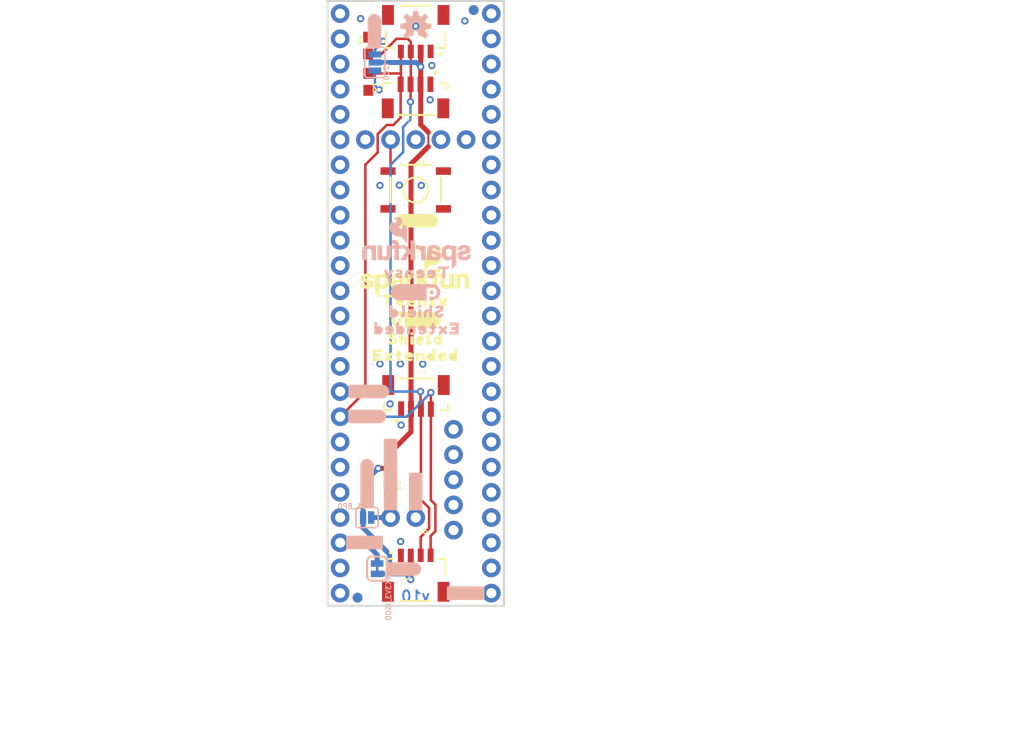
<source format=kicad_pcb>
(kicad_pcb (version 20211014) (generator pcbnew)
  (layers (0 "F.Cu" signal) (31 "B.Cu" signal) (34 "B.Paste" user) (35 "F.Paste" user) (36 "B.SilkS" user "B.Silkscreen") (37 "F.SilkS" user "F.Silkscreen") (38 "B.Mask" user) (39 "F.Mask" user) (44 "Edge.Cuts" user))
  (net 0 "")
  (net 1 "GND")
  (net 2 "3.3V")
  (net 3 "SDA")
  (net 4 "SCL")
  (net 5 "N$1")
  (net 6 "N$2")
  (net 7 "N$4")
  (net 8 "N$5")
  (net 9 "VBAT")
  (net 10 "VIN")
  (net 11 "N$3")
  (net 12 "5V")
  (net 13 "D+")
  (net 14 "D-")
  (net 15 "3.3V_2")
  (net 16 "3.3V_1")
  (footprint "boardEagle:EXTENDED0" (layer "F.Cu") (at 148.5011 110.236)
    (fp_text reference "U$11" hide)
    (fp_text value "" hide)
  )
  (footprint "boardEagle:JST04_1MM_VERT" (layer "F.Cu") (at 148.5011 82.1436 180)
    (fp_text reference "J5" (at 0.016 -4.566332) (layer "F.SilkS") (effects (font (size 0.564733 0.564733) (thickness 0.044867)) (justify right)))
    (fp_text value "QWIIC_Vertical")
    (pad "1" smd rect (at -1.478 -0.775 180) (size 0.6 1.55) (layers "F.Cu" "F.Paste" "F.Mask") (net 1 "GND"))
    (pad "2" smd rect (at -0.478 -0.775 180) (size 0.6 1.55) (layers "F.Cu" "F.Paste" "F.Mask") (net 2 "3.3V"))
    (pad "3" smd rect (at 0.522 -0.775 180) (size 0.6 1.55) (layers "F.Cu" "F.Paste" "F.Mask") (net 3 "SDA"))
    (pad "4" smd rect (at 1.522 -0.775 180) (size 0.6 1.55) (layers "F.Cu" "F.Paste" "F.Mask") (net 4 "SCL"))
    (pad "NC1" smd rect (at -2.778 -3.2 180) (size 1.2 2) (layers "F.Cu" "F.Paste" "F.Mask"))
    (pad "NC2" smd rect (at 2.822 -3.2 180) (size 1.2 2) (layers "F.Cu" "F.Paste" "F.Mask"))
  )
  (footprint "boardEagle:FIDUCIAL-1X2" (layer "F.Cu") (at 142.6337 134.6708)
    (fp_text reference "FD1" hide)
    (fp_text value "FIDUCIAL1X2" hide)
    (pad "1" smd roundrect (at 0 0) (size 1 1) (layers "F.Cu" "F.Mask") (roundrect_rratio 0.5))
  )
  (footprint "boardEagle:1X02_NO_SILK" (layer "F.Cu") (at 148.5011 126.5936 180)
    (fp_text reference "J6" (at -1.27 -1.397) (layer "F.SilkS") (effects (font (size 0.512064 0.512064) (thickness 0.097536)) (justify right)))
    (fp_text value "ALT PWR")
    (pad "1" thru_hole circle (at 0 0 270) (size 1.8796 1.8796) (drill 1.016) (layers *.Cu *.Mask) (net 1 "GND"))
    (pad "2" thru_hole circle (at 2.54 0 270) (size 1.8796 1.8796) (drill 1.016) (layers *.Cu *.Mask) (net 7 "N$4"))
  )
  (footprint "boardEagle:SHIELD0" (layer "F.Cu") (at 148.5011 108.585)
    (fp_text reference "U$8" hide)
    (fp_text value "" hide)
  )
  (footprint "boardEagle:0603" (layer "F.Cu") (at 143.7005 79.0194 90)
    (fp_text reference "R4" (at 0 -0.762 90) (layer "F.SilkS") (effects (font (size 0.512064 0.512064) (thickness 0.097536)) (justify left)))
    (fp_text value "4.7k")
    (pad "1" smd rect (at -0.85 0 90) (size 1.1 1) (layers "F.Cu" "F.Paste" "F.Mask") (net 3 "SDA"))
    (pad "2" smd rect (at 0.85 0 90) (size 1.1 1) (layers "F.Cu" "F.Paste" "F.Mask") (net 5 "N$1"))
  )
  (footprint "boardEagle:JST04_1MM_RA" (layer "F.Cu") (at 148.5011 79.6036 180)
    (fp_text reference "J3" (at -1.397 2.159) (layer "F.SilkS") (effects (font (size 0.512064 0.512064) (thickness 0.097536)) (justify right)))
    (fp_text value "QWIIC_RA")
    (pad "1" smd rect (at -1.5 0 180) (size 0.6 1.35) (layers "F.Cu" "F.Paste" "F.Mask") (net 1 "GND"))
    (pad "2" smd rect (at -0.5 0 180) (size 0.6 1.35) (layers "F.Cu" "F.Paste" "F.Mask") (net 2 "3.3V"))
    (pad "3" smd rect (at 0.5 0 180) (size 0.6 1.35) (layers "F.Cu" "F.Paste" "F.Mask") (net 3 "SDA"))
    (pad "4" smd rect (at 1.5 0 180) (size 0.6 1.35) (layers "F.Cu" "F.Paste" "F.Mask") (net 4 "SCL"))
    (pad "NC1" smd rect (at 2.8 3.675 180) (size 1.2 2) (layers "F.Cu" "F.Paste" "F.Mask"))
    (pad "NC2" smd rect (at -2.8 3.675 180) (size 1.2 2) (layers "F.Cu" "F.Paste" "F.Mask"))
  )
  (footprint "boardEagle:3V36" (layer "F.Cu") (at 139.6111 135.4836)
    (fp_text reference "U$3" hide)
    (fp_text value "" hide)
  )
  (footprint "boardEagle:SOD-323" (layer "F.Cu") (at 145.9611 122.7836 -90)
    (fp_text reference "D1" (at 0 -0.762 90) (layer "F.SilkS") (effects (font (size 0.512064 0.512064) (thickness 0.097536)) (justify right)))
    (fp_text value "3A/10V/280mV")
    (pad "A" smd rect (at 1.15 0 270) (size 0.63 0.83) (layers "F.Cu" "F.Paste" "F.Mask") (net 7 "N$4"))
    (pad "C" smd rect (at -1.15 0 270) (size 0.63 0.83) (layers "F.Cu" "F.Paste" "F.Mask") (net 2 "3.3V"))
  )
  (footprint "boardEagle:SFE_LOGO_NAME_FLAME_.1" (layer "F.Cu") (at 148.5011 102.8954)
    (fp_text reference "LOGO2" hide)
    (fp_text value "SFE_LOGO_NAME_FLAME.1_INCH" hide)
  )
  (footprint "boardEagle:JST04_1MM_VERT" (layer "F.Cu") (at 148.5011 116.4336)
    (fp_text reference "J4" (at 0.016 -4.566331) (layer "F.SilkS") (effects (font (size 0.564733 0.564733) (thickness 0.044867)) (justify left)))
    (fp_text value "QWIIC_Vertical")
    (pad "1" smd rect (at -1.478 -0.775) (size 0.6 1.55) (layers "F.Cu" "F.Paste" "F.Mask") (net 1 "GND"))
    (pad "2" smd rect (at -0.478 -0.775) (size 0.6 1.55) (layers "F.Cu" "F.Paste" "F.Mask") (net 2 "3.3V"))
    (pad "3" smd rect (at 0.522 -0.775) (size 0.6 1.55) (layers "F.Cu" "F.Paste" "F.Mask") (net 3 "SDA"))
    (pad "4" smd rect (at 1.522 -0.775) (size 0.6 1.55) (layers "F.Cu" "F.Paste" "F.Mask") (net 4 "SCL"))
    (pad "NC1" smd rect (at -2.778 -3.2) (size 1.2 2) (layers "F.Cu" "F.Paste" "F.Mask"))
    (pad "NC2" smd rect (at 2.822 -3.2) (size 1.2 2) (layers "F.Cu" "F.Paste" "F.Mask"))
  )
  (footprint "boardEagle:TACTILE_SWITCH_SMD_5.2MM" (layer "F.Cu") (at 148.5011 93.5736)
    (fp_text reference "S1" (at 0 -2.667) (layer "F.SilkS") (effects (font (size 0.512064 0.512064) (thickness 0.097536)) (justify left)))
    (fp_text value "SMD_5.2MM")
    (pad "1" smd rect (at -2.794 -1.905 90) (size 0.762 1.524) (layers "F.Cu" "F.Paste" "F.Mask") (net 8 "N$5"))
    (pad "2" smd rect (at 2.794 -1.905 90) (size 0.762 1.524) (layers "F.Cu" "F.Paste" "F.Mask"))
    (pad "3" smd rect (at -2.794 1.905 90) (size 0.762 1.524) (layers "F.Cu" "F.Paste" "F.Mask") (net 1 "GND"))
    (pad "4" smd rect (at 2.794 1.905 90) (size 0.762 1.524) (layers "F.Cu" "F.Paste" "F.Mask"))
  )
  (footprint "boardEagle:JST04_1MM_RA" (layer "F.Cu") (at 148.5011 130.4036)
    (fp_text reference "J2" (at -1.397 2.159) (layer "F.SilkS") (effects (font (size 0.512064 0.512064) (thickness 0.097536)) (justify left)))
    (fp_text value "QWIIC_RA")
    (pad "1" smd rect (at -1.5 0) (size 0.6 1.35) (layers "F.Cu" "F.Paste" "F.Mask") (net 1 "GND"))
    (pad "2" smd rect (at -0.5 0) (size 0.6 1.35) (layers "F.Cu" "F.Paste" "F.Mask") (net 2 "3.3V"))
    (pad "3" smd rect (at 0.5 0) (size 0.6 1.35) (layers "F.Cu" "F.Paste" "F.Mask") (net 3 "SDA"))
    (pad "4" smd rect (at 1.5 0) (size 0.6 1.35) (layers "F.Cu" "F.Paste" "F.Mask") (net 4 "SCL"))
    (pad "NC1" smd rect (at 2.8 3.675) (size 1.2 2) (layers "F.Cu" "F.Paste" "F.Mask"))
    (pad "NC2" smd rect (at -2.8 3.675) (size 1.2 2) (layers "F.Cu" "F.Paste" "F.Mask"))
  )
  (footprint "boardEagle:#PRG#0" (layer "F.Cu") (at 148.6027 96.6724)
    (fp_text reference "U$6" hide)
    (fp_text value "" hide)
  )
  (footprint "boardEagle:0603" (layer "F.Cu") (at 143.7259 82.677 -90)
    (fp_text reference "R3" (at 0 -0.762 90) (layer "F.SilkS") (effects (font (size 0.512064 0.512064) (thickness 0.097536)) (justify right)))
    (fp_text value "4.7k")
    (pad "1" smd rect (at -0.85 0 270) (size 1.1 1) (layers "F.Cu" "F.Paste" "F.Mask") (net 4 "SCL"))
    (pad "2" smd rect (at 0.85 0 270) (size 1.1 1) (layers "F.Cu" "F.Paste" "F.Mask") (net 6 "N$2"))
  )
  (footprint "boardEagle:TEENSY_EXTENDED_NO_SILK" (layer "F.Cu") (at 148.5011 117.7036)
    (fp_text reference "J1" (at 0 -18.034) (layer "F.SilkS") (effects (font (size 0.512064 0.512064) (thickness 0.097536)) (justify left)))
    (fp_text value "TEENSY_EXTENDED")
    (pad "0" thru_hole circle (at 7.62 13.97) (size 1.8796 1.8796) (drill 1.016) (layers *.Cu *.Mask))
    (pad "1" thru_hole circle (at 7.62 11.43) (size 1.8796 1.8796) (drill 1.016) (layers *.Cu *.Mask))
    (pad "2" thru_hole circle (at 7.62 8.89) (size 1.8796 1.8796) (drill 1.016) (layers *.Cu *.Mask))
    (pad "3" thru_hole circle (at 7.62 6.35) (size 1.8796 1.8796) (drill 1.016) (layers *.Cu *.Mask))
    (pad "3.3V@1" thru_hole circle (at 7.62 -19.05) (size 1.8796 1.8796) (drill 1.016) (layers *.Cu *.Mask) (net 16 "3.3V_1"))
    (pad "3.3V@2" thru_hole circle (at 2.54 -29.21) (size 1.8796 1.8796) (drill 1.016) (layers *.Cu *.Mask) (net 15 "3.3V_2"))
    (pad "3V" thru_hole circle (at -7.62 11.43) (size 1.8796 1.8796) (drill 1.016) (layers *.Cu *.Mask) (net 11 "N$3"))
    (pad "4" thru_hole circle (at 7.62 3.81) (size 1.8796 1.8796) (drill 1.016) (layers *.Cu *.Mask))
    (pad "5" thru_hole circle (at 7.62 1.27) (size 1.8796 1.8796) (drill 1.016) (layers *.Cu *.Mask))
    (pad "5V" thru_hole circle (at 3.81 10.16) (size 1.8796 1.8796) (drill 1.016) (layers *.Cu *.Mask) (net 12 "5V"))
    (pad "6" thru_hole circle (at 7.62 -1.27) (size 1.8796 1.8796) (drill 1.016) (layers *.Cu *.Mask))
    (pad "7" thru_hole circle (at 7.62 -3.81) (size 1.8796 1.8796) (drill 1.016) (layers *.Cu *.Mask))
    (pad "8" thru_hole circle (at 7.62 -6.35) (size 1.8796 1.8796) (drill 1.016) (layers *.Cu *.Mask))
    (pad "9" thru_hole circle (at 7.62 -8.89) (size 1.8796 1.8796) (drill 1.016) (layers *.Cu *.Mask))
    (pad "10" thru_hole circle (at 7.62 -11.43) (size 1.8796 1.8796) (drill 1.016) (layers *.Cu *.Mask))
    (pad "11" thru_hole circle (at 7.62 -13.97) (size 1.8796 1.8796) (drill 1.016) (layers *.Cu *.Mask))
    (pad "12" thru_hole circle (at 7.62 -16.51) (size 1.8796 1.8796) (drill 1.016) (layers *.Cu *.Mask))
    (pad "13" thru_hole circle (at -7.62 -16.51) (size 1.8796 1.8796) (drill 1.016) (layers *.Cu *.Mask))
    (pad "14" thru_hole circle (at -7.62 -13.97) (size 1.8796 1.8796) (drill 1.016) (layers *.Cu *.Mask))
    (pad "15" thru_hole circle (at -7.62 -11.43) (size 1.8796 1.8796) (drill 1.016) (layers *.Cu *.Mask))
    (pad "16" thru_hole circle (at -7.62 -8.89) (size 1.8796 1.8796) (drill 1.016) (layers *.Cu *.Mask))
    (pad "17" thru_hole circle (at -7.62 -6.35) (size 1.8796 1.8796) (drill 1.016) (layers *.Cu *.Mask))
    (pad "18" thru_hole circle (at -7.62 -3.81) (size 1.8796 1.8796) (drill 1.016) (layers *.Cu *.Mask) (net 3 "SDA"))
    (pad "19" thru_hole circle (at -7.62 -1.27) (size 1.8796 1.8796) (drill 1.016) (layers *.Cu *.Mask) (net 4 "SCL"))
    (pad "20" thru_hole circle (at -7.62 1.27) (size 1.8796 1.8796) (drill 1.016) (layers *.Cu *.Mask))
    (pad "21" thru_hole circle (at -7.62 3.81) (size 1.8796 1.8796) (drill 1.016) (layers *.Cu *.Mask))
    (pad "22" thru_hole circle (at -7.62 6.35) (size 1.8796 1.8796) (drill 1.016) (layers *.Cu *.Mask))
    (pad "23" thru_hole circle (at -7.62 8.89) (size 1.8796 1.8796) (drill 1.016) (layers *.Cu *.Mask))
    (pad "24" thru_hole circle (at 7.62 -21.59) (size 1.8796 1.8796) (drill 1.016) (layers *.Cu *.Mask))
    (pad "25" thru_hole circle (at 7.62 -24.13) (size 1.8796 1.8796) (drill 1.016) (layers *.Cu *.Mask))
    (pad "26" thru_hole circle (at 7.62 -26.67) (size 1.8796 1.8796) (drill 1.016) (layers *.Cu *.Mask))
    (pad "27" thru_hole circle (at 7.62 -29.21) (size 1.8796 1.8796) (drill 1.016) (layers *.Cu *.Mask))
    (pad "28" thru_hole circle (at 7.62 -31.75) (size 1.8796 1.8796) (drill 1.016) (layers *.Cu *.Mask))
    (pad "29" thru_hole circle (at 7.62 -34.29) (size 1.8796 1.8796) (drill 1.016) (layers *.Cu *.Mask))
    (pad "30" thru_hole circle (at 7.62 -36.83) (size 1.8796 1.8796) (drill 1.016) (layers *.Cu *.Mask))
    (pad "31" thru_hole circle (at 7.62 -39.37) (size 1.8796 1.8796) (drill 1.016) (layers *.Cu *.Mask))
    (pad "32" thru_hole circle (at 7.62 -41.91) (size 1.8796 1.8796) (drill 1.016) (layers *.Cu *.Mask))
    (pad "33" thru_hole circle (at -7.62 -41.91) (size 1.8796 1.8796) (drill 1.016) (layers *.Cu *.Mask))
    (pad "34" thru_hole circle (at -7.62 -39.37) (size 1.8796 1.8796) (drill 1.016) (layers *.Cu *.Mask))
    (pad "35" thru_hole circle (at -7.62 -36.83) (size 1.8796 1.8796) (drill 1.016) (layers *.Cu *.Mask))
    (pad "36" thru_hole circle (at -7.62 -34.29) (size 1.8796 1.8796) (drill 1.016) (layers *.Cu *.Mask))
    (pad "37" thru_hole circle (at -7.62 -31.75) (size 1.8796 1.8796) (drill 1.016) (layers *.Cu *.Mask))
    (pad "38" thru_hole circle (at -7.62 -29.21) (size 1.8796 1.8796) (drill 1.016) (layers *.Cu *.Mask))
    (pad "39" thru_hole circle (at -7.62 -26.67) (size 1.8796 1.8796) (drill 1.016) (layers *.Cu *.Mask))
    (pad "40" thru_hole circle (at -7.62 -24.13) (size 1.8796 1.8796) (drill 1.016) (layers *.Cu *.Mask))
    (pad "41" thru_hole circle (at -7.62 -21.59) (size 1.8796 1.8796) (drill 1.016) (layers *.Cu *.Mask))
    (pad "AGND" thru_hole circle (at -7.62 13.97) (size 1.8796 1.8796) (drill 1.016) (layers *.Cu *.Mask) (net 1 "GND"))
    (pad "D+" thru_hole circle (at 3.81 5.08) (size 1.8796 1.8796) (drill 1.016) (layers *.Cu *.Mask) (net 13 "D+"))
    (pad "D-" thru_hole circle (at 3.81 7.62) (size 1.8796 1.8796) (drill 1.016) (layers *.Cu *.Mask) (net 14 "D-"))
    (pad "GND" thru_hole circle (at 0 -29.21) (size 1.8796 1.8796) (drill 1.016) (layers *.Cu *.Mask) (net 1 "GND"))
    (pad "GND1" thru_hole circle (at 7.62 16.51) (size 1.8796 1.8796) (drill 1.016) (layers *.Cu *.Mask) (net 1 "GND"))
    (pad "GND2" thru_hole circle (at -7.62 -19.05) (size 1.8796 1.8796) (drill 1.016) (layers *.Cu *.Mask) (net 1 "GND"))
    (pad "GND3" thru_hole circle (at 3.81 2.54) (size 1.8796 1.8796) (drill 1.016) (layers *.Cu *.Mask) (net 1 "GND"))
    (pad "GND4" thru_hole circle (at 3.81 0) (size 1.8796 1.8796) (drill 1.016) (layers *.Cu *.Mask) (net 1 "GND"))
    (pad "PROG" thru_hole circle (at -2.54 -29.21) (size 1.8796 1.8796) (drill 1.016) (layers *.Cu *.Mask) (net 8 "N$5"))
    (pad "R" thru_hole circle (at -5.08 -29.21) (size 1.8796 1.8796) (drill 1.016) (layers *.Cu *.Mask))
    (pad "VBAT" thru_hole circle (at 5.08 -29.21) (size 1.8796 1.8796) (drill 1.016) (layers *.Cu *.Mask) (net 9 "VBAT"))
    (pad "VIN" thru_hole circle (at -7.62 16.51) (size 1.8796 1.8796) (drill 1.016) (layers *.Cu *.Mask) (net 10 "VIN"))
  )
  (footprint "boardEagle:FIDUCIAL-1X2" (layer "F.Cu") (at 154.3431 75.438)
    (fp_text reference "FD3" hide)
    (fp_text value "FIDUCIAL1X2" hide)
    (pad "1" smd roundrect (at 0 0) (size 1 1) (layers "F.Cu" "F.Mask") (roundrect_rratio 0.5))
  )
  (footprint "boardEagle:TEENSY0" (layer "F.Cu") (at 148.5011 104.7496)
    (fp_text reference "U$13" hide)
    (fp_text value "" hide)
  )
  (footprint "boardEagle:QWIIC_5MM" (layer "F.Cu") (at 148.5011 106.6546)
    (fp_text reference "LOGO4" hide)
    (fp_text value "QWIIC_LOGO_5MM" hide)
  )
  (footprint "boardEagle:CREATIVE_COMMONS" (layer "F.Cu") (at 126.9111 148.1836)
    (fp_text reference "FRAME1" hide)
    (fp_text value "FRAME-LETTER" hide)
  )
  (footprint "boardEagle:SMT-JUMPER_3_NO_SILK" (layer "B.Cu") (at 144.3863 80.7212 90)
    (fp_text reference "I2C0" (at 0 1.143 90) (layer "B.SilkS") (effects (font (size 0.512064 0.512064) (thickness 0.097536)) (justify left mirror)))
    (fp_text value "JUMPER-SMT_3_NO_SILK")
    (pad "1" smd rect (at -0.8128 0 90) (size 0.635 1.27) (layers "B.Cu" "B.Mask") (net 6 "N$2"))
    (pad "2" smd rect (at 0 0 90) (size 0.635 1.27) (layers "B.Cu" "B.Mask") (net 2 "3.3V"))
    (pad "3" smd rect (at 0.8128 0 90) (size 0.635 1.27) (layers "B.Cu" "B.Mask") (net 5 "N$1"))
  )
  (footprint "boardEagle:SFE_LOGO_NAME_FLAME_.1" (layer "B.Cu") (at 148.5011 100.0252 180)
    (fp_text reference "LOGO1" hide)
    (fp_text value "SFE_LOGO_NAME_FLAME.1_INCH" hide)
  )
  (footprint "boardEagle:#GND#0" (layer "B.Cu") (at 153.5303 134.2136 180)
    (fp_text reference "U$9" hide)
    (fp_text value "" hide)
  )
  (footprint "boardEagle:SHIELD0" (layer "B.Cu") (at 148.5011 105.8418 180)
    (fp_text reference "U$12" hide)
    (fp_text value "" hide)
  )
  (footprint "boardEagle:SMT-JUMPER_2_NO_SILK" (layer "B.Cu") (at 143.5989 126.5936 180)
    (fp_text reference "D1_BP0" (at 0 1.143) (layer "B.SilkS") (effects (font (size 0.512064 0.512064) (thickness 0.097536)) (justify left mirror)))
    (fp_text value "")
    (pad "1" smd rect (at -0.4064 0 180) (size 0.635 1.27) (layers "B.Cu" "B.Mask") (net 7 "N$4"))
    (pad "2" smd rect (at 0.4064 0 180) (size 0.635 1.27) (layers "B.Cu" "B.Mask") (net 2 "3.3V"))
  )
  (footprint "boardEagle:OSHW-LOGO-S" (layer "B.Cu") (at 148.5011 77.0636 180)
    (fp_text reference "LOGO3" hide)
    (fp_text value "OSHW-LOGOS" hide)
  )
  (footprint "boardEagle:QWIIC_5MM" (layer "B.Cu") (at 148.5011 103.8606 180)
    (fp_text reference "LOGO5" hide)
    (fp_text value "QWIIC_LOGO_5MM" hide)
  )
  (footprint "boardEagle:FIDUCIAL-1X2" (layer "B.Cu") (at 142.6337 134.6708 180)
    (fp_text reference "FD2" hide)
    (fp_text value "FIDUCIAL1X2" hide)
    (pad "1" smd roundrect (at 0 0 180) (size 1 1) (layers "B.Cu" "B.Mask") (roundrect_rratio 0.5))
  )
  (footprint "boardEagle:#GND#0" (layer "B.Cu") (at 148.5011 123.9774 90)
    (fp_text reference "U$7" hide)
    (fp_text value "" hide)
  )
  (footprint "boardEagle:#ALT_3V3#0" (layer "B.Cu") (at 145.9611 122.2502 90)
    (fp_text reference "U$5" hide)
    (fp_text value "" hide)
  )
  (footprint "boardEagle:EXTENDED0" (layer "B.Cu") (at 148.5011 107.5436 180)
    (fp_text reference "U$16" hide)
    (fp_text value "" hide)
  )
  (footprint "boardEagle:#ISO#0" (layer "B.Cu") (at 147.1295 131.7752 180)
    (fp_text reference "U$10" hide)
    (fp_text value "" hide)
  )
  (footprint "boardEagle:FIDUCIAL-1X2" (layer "B.Cu") (at 154.3431 75.438 180)
    (fp_text reference "FD4" hide)
    (fp_text value "FIDUCIAL1X2" hide)
    (pad "1" smd roundrect (at 0 0 180) (size 1 1) (layers "B.Cu" "B.Mask") (roundrect_rratio 0.5))
  )
  (footprint "boardEagle:#D1_BP#0" (layer "B.Cu") (at 143.5989 125.9586 90)
    (fp_text reference "U$4" hide)
    (fp_text value "" hide)
  )
  (footprint "boardEagle:#3V3#0" (layer "B.Cu") (at 145.5293 129.1082 180)
    (fp_text reference "U$15" hide)
    (fp_text value "" hide)
  )
  (footprint "boardEagle:#SCL#0" (layer "B.Cu") (at 141.3637 116.4082 180)
    (fp_text reference "U$19" hide)
    (fp_text value "" hide)
  )
  (footprint "boardEagle:TEENSY0" (layer "B.Cu") (at 148.5011 101.8794 180)
    (fp_text reference "U$2" hide)
    (fp_text value "" hide)
  )
  (footprint "boardEagle:SMT-JUMPER_2_NC_TRACE_SILK" (layer "B.Cu") (at 144.6149 131.7498 90)
    (fp_text reference "UNK3V3_ISO0" (at 0 1.143 90) (layer "B.SilkS") (effects (font (size 0.512064 0.512064) (thickness 0.097536)) (justify left mirror)))
    (fp_text value "")
    (fp_poly (pts (xy 0.1905 -0.13335) (xy -0.70485 -0.13335) (xy -0.70485 0.13335) (xy 0.1905 0.13335)) (layer "B.Cu") (width 0) (fill solid))
    (pad "1" smd rect (at -0.5207 0 90) (size 0.6604 1.27) (layers "B.Cu" "B.Mask") (net 2 "3.3V"))
    (pad "2" smd rect (at 0.5207 0 90) (size 0.6604 1.27) (layers "B.Cu" "B.Mask") (net 11 "N$3"))
  )
  (footprint "boardEagle:#I2C#0" (layer "B.Cu") (at 144.3355 79.5782 90)
    (fp_text reference "U$1" hide)
    (fp_text value "" hide)
  )
  (footprint "boardEagle:#SDA#0" (layer "B.Cu") (at 141.3891 113.8936 180)
    (fp_text reference "U$18" hide)
    (fp_text value "" hide)
  )
  (gr_line (start 139.6111 135.4836) (end 157.3911 135.4836) (layer "Edge.Cuts") (width 0.2032))
  (gr_line (start 157.3911 135.4836) (end 157.3911 74.5236) (layer "Edge.Cuts") (width 0.2032))
  (gr_line (start 139.6111 74.5236) (end 157.3911 74.5236) (layer "Edge.Cuts") (width 0.2032))
  (gr_line (start 139.6111 74.5236) (end 139.6111 135.4836) (layer "Edge.Cuts") (width 0.2032))
  (gr_text "v10" (at 148.4757 135.1534) (layer "B.Cu") (effects (font (size 1.0795 1.0795) (thickness 0.1905)) (justify bottom mirror)))
  (via (at 145.9103 115.1382) (size 0.7366) (drill 0.381) (layers "F.Cu" "B.Cu") (net 1))
  (via (at 149.2123 111.125) (size 0.7366) (drill 0.381) (layers "F.Cu" "B.Cu") (net 1))
  (via (at 149.0599 93.1164) (size 0.7366) (drill 0.381) (layers "F.Cu" "B.Cu") (net 1))
  (via (at 153.4541 76.5302) (size 0.7366) (drill 0.381) (layers "F.Cu" "B.Cu") (net 1))
  (via (at 144.8943 93.1164) (size 0.7366) (drill 0.381) (layers "F.Cu" "B.Cu") (net 1))
  (via (at 146.9771 129.0066) (size 0.7366) (drill 0.381) (layers "F.Cu" "B.Cu") (net 1))
  (via (at 144.8943 111.0996) (size 0.7366) (drill 0.381) (layers "F.Cu" "B.Cu") (net 1))
  (via (at 148.5011 77.0636) (size 0.7366) (drill 0.381) (layers "F.Cu" "B.Cu") (net 1))
  (via (at 146.9517 111.0996) (size 0.7366) (drill 0.381) (layers "F.Cu" "B.Cu") (net 1))
  (via (at 146.8501 93.091) (size 0.7366) (drill 0.381) (layers "F.Cu" "B.Cu") (net 1))
  (via (at 149.9489 84.4804) (size 0.7366) (drill 0.381) (layers "F.Cu" "B.Cu") (net 1))
  (via (at 147.0279 117.2718) (size 0.7366) (drill 0.381) (layers "F.Cu" "B.Cu") (net 1))
  (via (at 142.9385 76.3016) (size 0.7366) (drill 0.381) (layers "F.Cu" "B.Cu") (net 1))
  (via (at 150.6855 108.7628) (size 0.7366) (drill 0.381) (layers "F.Cu" "B.Cu") (net 1))
  (via (at 150.1267 81.026) (size 0.7366) (drill 0.381) (layers "F.Cu" "B.Cu") (net 1))
  (segment (start 145.9611 120.015) (end 148.0231 117.953) (width 0.508) (layer "F.Cu") (net 2))
  (segment (start 144.7235 121.6336) (end 145.9611 121.6336) (width 0.508) (layer "F.Cu") (net 2))
  (segment (start 149.0011 79.6036) (end 149.0011 81.153) (width 0.508) (layer "F.Cu") (net 2))
  (segment (start 149.0011 81.153) (end 149.0011 82.8966) (width 0.508) (layer "F.Cu") (net 2))
  (segment (start 149.0011 86.987) (end 149.0011 82.8966) (width 0.508) (layer "F.Cu") (net 2))
  (segment (start 148.0231 117.953) (end 148.0231 115.6586) (width 0.508) (layer "F.Cu") (net 2))
  (segment (start 144.7165 121.6406) (end 144.7235 121.6336) (width 0.508) (layer "F.Cu") (net 2))
  (segment (start 149.7711 89.2048) (end 149.7711 87.757) (width 0.2032) (layer "F.Cu") (net 2))
  (segment (start 148.0011 132.834) (end 147.9931 132.842) (width 0.508) (layer "F.Cu") (net 2))
  (segment (start 149.7711 87.757) (end 149.0011 86.987) (width 0.508) (layer "F.Cu") (net 2))
  (segment (start 148.0231 115.6586) (end 148.0231 90.9528) (width 0.508) (layer "F.Cu") (net 2))
  (segment (start 148.0231 90.9528) (end 149.7711 89.2048) (width 0.508) (layer "F.Cu") (net 2))
  (segment (start 145.9611 121.6336) (end 145.9611 120.015) (width 0.508) (layer "F.Cu") (net 2))
  (segment (start 149.0011 82.8966) (end 148.9791 82.9186) (width 0.508) (layer "F.Cu") (net 2))
  (segment (start 148.0011 130.4036) (end 148.0011 132.834) (width 0.508) (layer "F.Cu") (net 2))
  (via (at 147.9931 132.842) (size 0.7366) (drill 0.381) (layers "F.Cu" "B.Cu") (net 2))
  (via (at 149.0011 81.153) (size 0.7366) (drill 0.381) (layers "F.Cu" "B.Cu") (net 2))
  (via (at 144.7165 121.6406) (size 0.7366) (drill 0.381) (layers "F.Cu" "B.Cu") (net 2))
  (segment (start 143.1925 126.5936) (end 143.1925 123.1646) (width 0.508) (layer "B.Cu") (net 2))
  (segment (start 144.6149 132.2705) (end 145.8595 132.2705) (width 0.508) (layer "B.Cu") (net 2))
  (segment (start 145.8595 130.302) (end 145.8595 132.2705) (width 0.508) (layer "B.Cu") (net 2))
  (segment (start 143.1925 123.1646) (end 144.7165 121.6406) (width 0.508) (layer "B.Cu") (net 2))
  (segment (start 145.8595 132.2705) (end 147.4216 132.2705) (width 0.508) (layer "B.Cu") (net 2))
  (segment (start 147.4216 132.2705) (end 147.9931 132.842) (width 0.508) (layer "B.Cu") (net 2))
  (segment (start 143.1925 127.635) (end 145.8595 130.302) (width 0.508) (layer "B.Cu") (net 2))
  (segment (start 148.5693 80.7212) (end 149.0011 81.153) (width 0.508) (layer "B.Cu") (net 2))
  (segment (start 144.3863 80.7212) (end 148.5693 80.7212) (width 0.508) (layer "B.Cu") (net 2))
  (segment (start 143.1925 126.5936) (end 143.1925 127.635) (width 0.508) (layer "B.Cu") (net 2))
  (segment (start 149.8473 125.6284) (end 149.8473 127.7112) (width 0.254) (layer "F.Cu") (net 3))
  (segment (start 149.0231 115.6586) (end 149.0231 124.8042) (width 0.254) (layer "F.Cu") (net 3))
  (segment (start 149.8473 127.7112) (end 149.0011 128.5574) (width 0.254) (layer "F.Cu") (net 3))
  (segment (start 146.5707 78.3336) (end 145.0349 79.8694) (width 0.254) (layer "F.Cu") (net 3))
  (segment (start 148.9837 113.8936) (end 148.9837 115.6192) (width 0.254) (layer "F.Cu") (net 3))
  (segment (start 149.0231 124.8042) (end 149.8473 125.6284) (width 0.254) (layer "F.Cu") (net 3))
  (segment (start 147.9791 82.9186) (end 147.9791 84.6722) (width 0.254) (layer "F.Cu") (net 3))
  (segment (start 148.9837 115.6192) (end 149.0231 115.6586) (width 0.254) (layer "F.Cu") (net 3))
  (segment (start 149.0011 128.5574) (end 149.0011 130.4036) (width 0.254) (layer "F.Cu") (net 3))
  (segment (start 148.0011 79.6036) (end 148.0011 82.8966) (width 0.254) (layer "F.Cu") (net 3))
  (segment (start 148.0011 78.6464) (end 147.6883 78.3336) (width 0.254) (layer "F.Cu") (net 3))
  (segment (start 148.0011 82.8966) (end 147.9791 82.9186) (width 0.254) (layer "F.Cu") (net 3))
  (segment (start 147.6883 78.3336) (end 146.5707 78.3336) (width 0.254) (layer "F.Cu") (net 3))
  (segment (start 148.0011 79.6036) (end 148.0011 78.6464) (width 0.254) (layer "F.Cu") (net 3))
  (segment (start 147.9791 84.6722) (end 147.9677 84.6836) (width 0.254) (layer "F.Cu") (net 3))
  (segment (start 145.0349 79.8694) (end 143.7005 79.8694) (width 0.254) (layer "F.Cu") (net 3))
  (via (at 147.9677 84.6836) (size 0.7366) (drill 0.381) (layers "F.Cu" "B.Cu") (net 3))
  (via (at 148.9837 113.8936) (size 0.7366) (drill 0.381) (layers "F.Cu" "B.Cu") (net 3))
  (segment (start 147.9677 84.6836) (end 147.9677 86.487) (width 0.254) (layer "B.Cu") (net 3))
  (segment (start 147.2311 89.7636) (end 145.9611 91.0336) (width 0.254) (layer "B.Cu") (net 3))
  (segment (start 147.2311 87.2236) (end 147.2311 89.7636) (width 0.254) (layer "B.Cu") (net 3))
  (segment (start 147.9677 86.487) (end 147.2311 87.2236) (width 0.254) (layer "B.Cu") (net 3))
  (segment (start 145.9611 113.8936) (end 148.9837 113.8936) (width 0.254) (layer "B.Cu") (net 3))
  (segment (start 140.8811 113.8936) (end 145.9611 113.8936) (width 0.254) (layer "B.Cu") (net 3))
  (segment (start 145.9611 91.0336) (end 145.9611 113.8936) (width 0.254) (layer "B.Cu") (net 3))
  (segment (start 150.0011 128.4464) (end 150.4823 127.9652) (width 0.254) (layer "F.Cu") (net 4))
  (segment (start 147.0011 79.6036) (end 147.0011 81.8388) (width 0.254) (layer "F.Cu") (net 4))
  (segment (start 144.6657 87.9348) (end 144.6657 89.789) (width 0.254) (layer "F.Cu") (net 4))
  (segment (start 146.9791 86.2818) (end 146.2405 87.0204) (width 0.254) (layer "F.Cu") (net 4))
  (segment (start 150.0251 115.6566) (end 150.0231 115.6586) (width 0.254) (layer "F.Cu") (net 4))
  (segment (start 147.0011 81.8388) (end 147.0011 82.8966) (width 0.254) (layer "F.Cu") (net 4))
  (segment (start 150.0011 130.4036) (end 150.0011 128.4464) (width 0.254) (layer "F.Cu") (net 4))
  (segment (start 146.9893 81.827) (end 147.0011 81.8388) (width 0.254) (layer "F.Cu") (net 4))
  (segment (start 146.9791 82.9186) (end 146.9791 86.2818) (width 0.254) (layer "F.Cu") (net 4))
  (segment (start 143.7259 81.827) (end 146.9893 81.827) (width 0.254) (layer "F.Cu") (net 4))
  (segment (start 143.4211 91.0336) (end 143.4211 113.8936) (width 0.254) (layer "F.Cu") (net 4))
  (segment (start 150.4823 125.2982) (end 150.0231 124.839) (width 0.254) (layer "F.Cu") (net 4))
  (segment (start 145.5801 87.0204) (end 144.6657 87.9348) (width 0.254) (layer "F.Cu") (net 4))
  (segment (start 146.2405 87.0204) (end 145.5801 87.0204) (width 0.254) (layer "F.Cu") (net 4))
  (segment (start 144.6657 89.789) (end 143.4211 91.0336) (width 0.254) (layer "F.Cu") (net 4))
  (segment (start 143.4211 113.8936) (end 140.8811 116.4336) (width 0.254) (layer "F.Cu") (net 4))
  (segment (start 147.0011 82.8966) (end 146.9791 82.9186) (width 0.254) (layer "F.Cu") (net 4))
  (segment (start 150.0231 124.839) (end 150.0231 115.6586) (width 0.254) (layer "F.Cu") (net 4))
  (segment (start 150.4823 127.9652) (end 150.4823 125.2982) (width 0.254) (layer "F.Cu") (net 4))
  (segment (start 150.0251 113.9952) (end 150.0251 115.6566) (width 0.254) (layer "F.Cu") (net 4))
  (via (at 150.0251 113.9952) (size 0.7366) (drill 0.381) (layers "F.Cu" "B.Cu") (net 4))
  (segment (start 140.8811 116.4336) (end 147.5867 116.4336) (width 0.254) (layer "B.Cu") (net 4))
  (segment (start 147.5867 116.4336) (end 150.0251 113.9952) (width 0.254) (layer "B.Cu") (net 4))
  (segment (start 145.2245 78.5876) (end 144.8063 78.1694) (width 0.254) (layer "F.Cu") (net 5))
  (segment (start 144.8063 78.1694) (end 143.7005 78.1694) (width 0.254) (layer "F.Cu") (net 5))
  (via (at 145.2245 78.5876) (size 0.7366) (drill 0.381) (layers "F.Cu" "B.Cu") (net 5))
  (segment (start 144.3863 79.9084) (end 144.3863 79.4258) (width 0.254) (layer "B.Cu") (net 5))
  (segment (start 144.3863 79.4258) (end 145.2245 78.5876) (width 0.254) (layer "B.Cu") (net 5))
  (segment (start 143.7885 83.4644) (end 143.7259 83.527) (width 0.254) (layer "F.Cu") (net 6))
  (segment (start 144.8181 83.4644) (end 143.7885 83.4644) (width 0.254) (layer "F.Cu") (net 6))
  (via (at 144.8181 83.4644) (size 0.7366) (drill 0.381) (layers "F.Cu" "B.Cu") (net 6))
  (segment (start 144.3863 83.0326) (end 144.8181 83.4644) (width 0.254) (layer "B.Cu") (net 6))
  (segment (start 144.3863 81.534) (end 144.3863 83.0326) (width 0.254) (layer "B.Cu") (net 6))
  (segment (start 145.9611 126.5936) (end 145.9611 123.9336) (width 0.508) (layer "F.Cu") (net 7))
  (segment (start 145.9611 126.5936) (end 144.0053 126.5936) (width 0.508) (layer "B.Cu") (net 7))
  (segment (start 145.9611 88.4936) (end 145.9611 91.4146) (width 0.254) (layer "F.Cu") (net 8))
  (segment (start 145.9611 91.4146) (end 145.7071 91.6686) (width 0.254) (layer "F.Cu") (net 8))
  (segment (start 143.4211 129.1336) (end 140.8811 129.1336) (width 0.508) (layer "B.Cu") (net 11))
  (segment (start 144.6149 131.2291) (end 144.6149 130.3274) (width 0.508) (layer "B.Cu") (net 11))
  (segment (start 144.6149 130.3274) (end 143.4211 129.1336) (width 0.508) (layer "B.Cu") (net 11))
)
</source>
